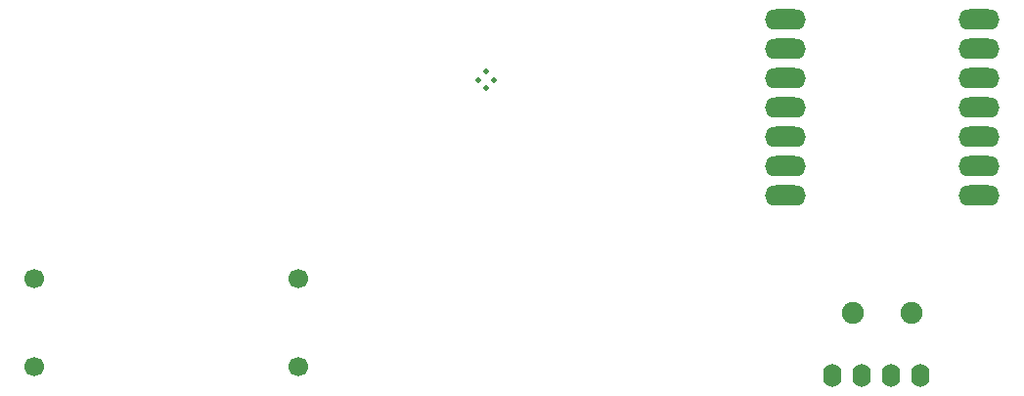
<source format=gbr>
%TF.GenerationSoftware,KiCad,Pcbnew,9.0.7*%
%TF.CreationDate,2026-02-01T17:27:13-08:00*%
%TF.ProjectId,DisplayDevice,44697370-6c61-4794-9465-766963652e6b,rev?*%
%TF.SameCoordinates,Original*%
%TF.FileFunction,Soldermask,Bot*%
%TF.FilePolarity,Negative*%
%FSLAX46Y46*%
G04 Gerber Fmt 4.6, Leading zero omitted, Abs format (unit mm)*
G04 Created by KiCad (PCBNEW 9.0.7) date 2026-02-01 17:27:13*
%MOMM*%
%LPD*%
G01*
G04 APERTURE LIST*
%ADD10O,1.600000X2.000000*%
%ADD11C,0.499999*%
%ADD12C,1.905000*%
%ADD13O,3.556000X1.778000*%
%ADD14C,1.700000*%
G04 APERTURE END LIST*
D10*
%TO.C,J1*%
X161880000Y-107150000D03*
X164420000Y-107150000D03*
X166960000Y-107150000D03*
X169500000Y-107150000D03*
%TD*%
D11*
%TO.C,Uw1*%
X131199998Y-81600000D03*
X131899999Y-80899999D03*
X131899999Y-82300001D03*
X132600000Y-81600000D03*
%TD*%
D12*
%TO.C,U1*%
X168740000Y-101780000D03*
X163660000Y-101780000D03*
D13*
X174582000Y-76380000D03*
X174582000Y-78920000D03*
X174582000Y-81460000D03*
X174582000Y-84000000D03*
X174582000Y-86540000D03*
X174582000Y-89080000D03*
X174582000Y-91620000D03*
X157818000Y-91620000D03*
X157818000Y-89080000D03*
X157818000Y-86540000D03*
X157818000Y-84000000D03*
X157818000Y-81460000D03*
X157818000Y-78920000D03*
X157818000Y-76380000D03*
%TD*%
D14*
%TO.C,M1*%
X92770000Y-98790000D03*
X92770000Y-106410000D03*
X115630000Y-98790000D03*
X115630000Y-106410000D03*
%TD*%
M02*

</source>
